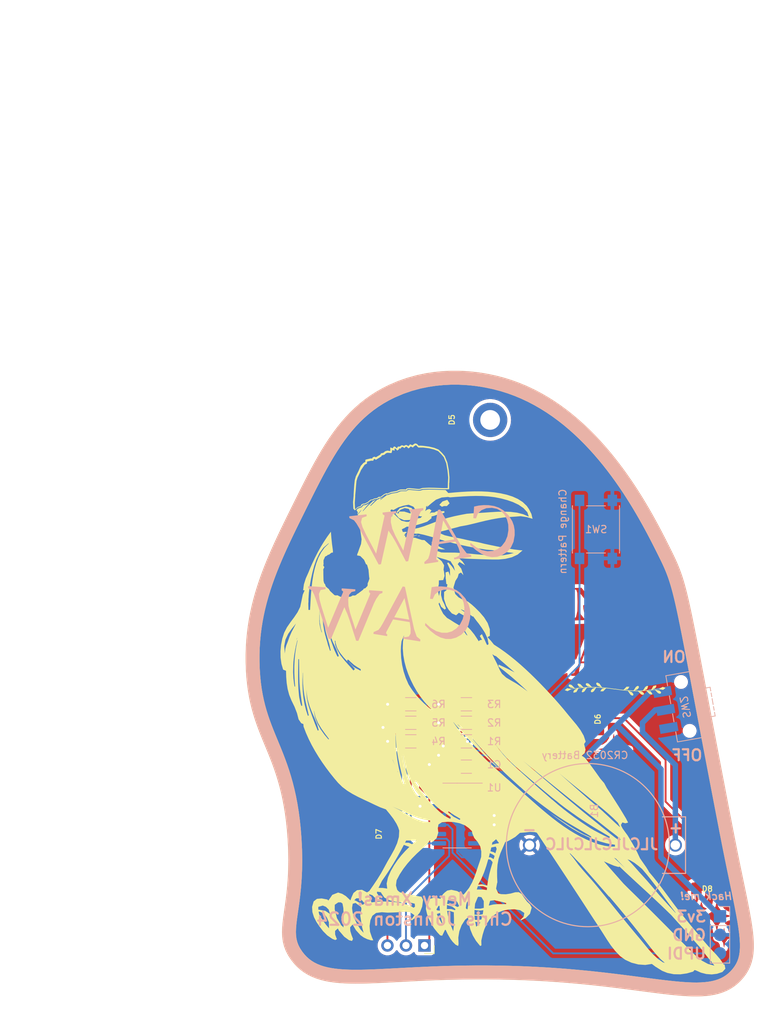
<source format=kicad_pcb>
(kicad_pcb (version 20211014) (generator pcbnew)
  (layers (0 "F.Cu" signal) (31 "B.Cu" signal) (34 "B.Paste" user) (35 "F.Paste" user) (36 "B.SilkS" user "B.Silkscreen") (37 "F.SilkS" user "F.Silkscreen") (38 "B.Mask" user) (39 "F.Mask" user) (44 "Edge.Cuts" user))
  (net 0 "")
  (net 1 "GND")
  (net 2 "Net-(D5-Pad2)")
  (net 3 "Net-(D6-Pad2)")
  (net 4 "Net-(D7-Pad2)")
  (net 5 "pin9")
  (net 6 "pin10")
  (net 7 "pin8")
  (net 8 "pin0")
  (net 9 "VCC")
  (net 10 "Net-(B1-Pad2)")
  (net 12 "pin1")
  (net 13 "pin2")
  (net 14 "pin3")
  (net 17 "pin6")
  (net 18 "pin7")
  (net 19 "updi")
  (net 20 "Net-(R1-Pad2)")
  (net 21 "Net-(R2-Pad2)")
  (net 22 "Net-(D8-Pad2)")
  (footprint "Custom4:Custom_LessSilkscreenLED_1206_3216Metric_Pad1.42x1.75mm_HandSolder" (layer "F.Cu") (at 108.5 77.2375 90)
    (fp_text reference "D5" (at 0 0 90) (layer "F.SilkS") (effects (font (size 0.75 0.75))))
    (fp_text value "LED")
    (pad "1" smd roundrect (at -1.4875 0 90) (size 1.425 1.75) (layers "F.Cu" "F.Paste" "F.Mask") (roundrect_rratio 0.1754392982) (net 1 "GND"))
    (pad "2" smd roundrect (at 1.4875 0 90) (size 1.425 1.75) (layers "F.Cu" "F.Paste" "F.Mask") (roundrect_rratio 0.1754392982) (net 2 "Net-(D5-Pad2)"))
  )
  (footprint "Custom4:Custom_LessSilkscreenLED_1206_3216Metric_Pad1.42x1.75mm_HandSolder" (layer "F.Cu") (at 98.5 133.9875 90)
    (fp_text reference "D7" (at 0 0 90) (layer "F.SilkS") (effects (font (size 0.75 0.75))))
    (fp_text value "LED")
    (pad "1" smd roundrect (at -1.4875 0 90) (size 1.425 1.75) (layers "F.Cu" "F.Paste" "F.Mask") (roundrect_rratio 0.1754392982) (net 1 "GND"))
    (pad "2" smd roundrect (at 1.4875 0 90) (size 1.425 1.75) (layers "F.Cu" "F.Paste" "F.Mask") (roundrect_rratio 0.1754392982) (net 4 "Net-(D7-Pad2)"))
  )
  (footprint "Connector_PinSocket_2.54mm:PinSocket_1x03_P2.54mm_Horizontal" (layer "F.Cu") (at 104.75 149.25 -90)
    (fp_text reference "J2" hide)
    (fp_text value "Conn_01x03")
    (pad "1" thru_hole rect (at 0 0 270) (size 1.7 1.7) (drill 1) (layers *.Cu *.Mask) (net 20 "Net-(R1-Pad2)"))
    (pad "2" thru_hole oval (at 0 2.54 270) (size 1.7 1.7) (drill 1) (layers *.Cu *.Mask) (net 6 "pin10"))
    (pad "3" thru_hole oval (at 0 5.08 270) (size 1.7 1.7) (drill 1) (layers *.Cu *.Mask) (net 21 "Net-(R2-Pad2)"))
  )
  (footprint "Custom:santa-caws_128dpi" (layer "F.Cu") (at 46.813701 19.976004)
    (fp_text reference "svg2mod" hide)
    (fp_text value "G***" hide)
    (fp_poly (pts (xy 82.39125 87.550625) (xy 83.581875 87.431562) (xy 83.581875 87.590313) (xy 83.482656 87.709375) (xy 83.5025 87.768906) (xy 84.911406 90.884375) (xy 85.347969 89.37625) (xy 85.476953 88.73877) (xy 85.486875 88.145937) (xy 85.293398 87.612637) (xy 84.832031 87.451406) (xy 84.832031 87.292656) (xy 85.419902 87.233125) (xy 86.022656 87.173594) (xy 86.022656 87.332344) (xy 85.903594 87.451406) (xy 85.923437 87.530781) (xy 87.332344 90.64625) (xy 87.868125 88.800781) (xy 88.044238 88.071523) (xy 88.086406 87.610156) (xy 87.927656 87.252969) (xy 87.491094 87.193437) (xy 87.491094 87.034687) (xy 88.247637 86.955312) (xy 89.019063 86.875937) (xy 89.019063 87.034687) (xy 88.681719 87.3125) (xy 88.384063 88.066562) (xy 87.332344 91.638437) (xy 87.133906 91.638437) (xy 86.935469 91.212727) (xy 86.498906 90.256816) (xy 86.062344 89.297185) (xy 85.863906 88.860312) (xy 85.615859 89.468027) (xy 85.427344 90.031094) (xy 84.891563 91.876562) (xy 84.693125 91.876562) (xy 84.460581 91.370237) (xy 83.948984 90.236973) (xy 83.437388 89.099988) (xy 83.204844 88.5825) (xy 82.986563 88.185625) (xy 82.669063 87.768906) (xy 82.411094 87.689531) (xy 82.411094 87.550625) (xy 82.39125 87.550625)) (layer "F.Cu") (width 0) (fill solid))
    (fp_poly (pts (xy 70.663594 82.053906) (xy 70.425469 81.716563) (xy 70.346094 81.359375) (xy 70.462676 80.885605) (xy 70.8025 80.48625) (xy 71.301074 80.208438) (xy 71.874063 80.109219) (xy 72.7075 80.287813) (xy 72.7075 81.379219) (xy 72.449531 81.379219) (xy 72.171719 80.645) (xy 71.556563 80.347344) (xy 71.060469 80.525938) (xy 70.862031 80.982344) (xy 71.060469 81.478438) (xy 71.38293 81.776094) (xy 71.973281 82.192813) (xy 72.7075 82.788125) (xy 72.886094 83.363594) (xy 72.764551 83.879531) (xy 72.39 84.335938) (xy 71.851738 84.658398) (xy 71.239063 84.7725) (xy 70.700801 84.715449) (xy 70.207188 84.554219) (xy 70.207188 83.304062) (xy 70.445313 83.304062) (xy 70.742969 84.197031) (xy 71.477188 84.554219) (xy 72.092344 84.335937) (xy 72.310625 83.760469) (xy 72.132031 83.224687) (xy 71.831895 82.941914) (xy 71.27875 82.569844) (xy 70.663594 82.053906)) (layer "F.Cu") (width 0) (fill solid))
    (fp_poly (pts (xy 99.000469 126.801562) (xy 98.866707 127.510793) (xy 98.512459 128.017176) (xy 98.008281 128.210469) (xy 98.50364 128.403762) (xy 98.862297 128.910145) (xy 99.000469 129.619375) (xy 99.13423 128.910145) (xy 99.488478 128.403762) (xy 99.992656 128.210469) (xy 99.488478 128.030405) (xy 99.13423 127.524022) (xy 99.000469 126.801562)) (layer "F.Cu") (width 0) (fill solid))
    (fp_poly (pts (xy 78.303438 80.307656) (xy 79.454375 80.267969) (xy 82.113438 83.581875) (xy 82.07375 82.55) (xy 82.004297 81.65207) (xy 81.875313 80.9625) (xy 81.359375 80.367188) (xy 81.359375 80.208437) (xy 82.887344 80.148906) (xy 82.887344 80.307656) (xy 82.544855 80.580324) (xy 82.356707 81.285145) (xy 82.331719 82.430937) (xy 82.411094 84.792344) (xy 82.252344 84.792344) (xy 79.097187 80.823594) (xy 79.136875 82.113437) (xy 79.208809 83.180039) (xy 79.355156 83.919219) (xy 79.871094 84.534375) (xy 79.871094 84.693125) (xy 78.362969 84.752656) (xy 78.362969 84.593906) (xy 78.705457 84.270527) (xy 78.893605 83.462078) (xy 78.918594 82.172969) (xy 78.878906 80.9625) (xy 78.74 80.545781) (xy 78.343125 80.446562) (xy 78.303438 80.307656)) (layer "F.Cu") (width 0) (fill solid))
    (fp_poly (pts (xy 83.244531 80.406875) (xy 83.403281 80.406875) (xy 83.542188 80.565625) (xy 86.598125 80.565625) (xy 86.717188 80.406875) (xy 86.875937 80.406875) (xy 86.875937 81.736406) (xy 86.637813 81.736406) (xy 86.372402 80.987305) (xy 85.586094 80.744219) (xy 85.367813 80.744219) (xy 85.367813 84.316094) (xy 85.903594 84.871719) (xy 85.903594 85.030469) (xy 84.197031 85.030469) (xy 84.197031 84.871719) (xy 84.61375 84.752656) (xy 84.712969 84.316094) (xy 84.712969 80.744219) (xy 84.474844 80.744219) (xy 83.748066 80.994746) (xy 83.482656 81.736406) (xy 83.244531 81.736406) (xy 83.244531 80.406875)) (layer "F.Cu") (width 0) (fill solid))
    (fp_poly (pts (xy 57.804844 54.709219) (xy 57.672759 55.619241) (xy 57.313711 56.363691) (xy 56.783511 56.866296) (xy 56.137969 57.050781) (xy 56.783511 57.235266) (xy 57.313711 57.737871) (xy 57.672759 58.482322) (xy 57.804844 59.392344) (xy 57.936929 58.482322) (xy 58.295977 57.737871) (xy 58.826177 57.235266) (xy 59.471719 57.050781) (xy 58.817805 56.866296) (xy 58.288535 56.363691) (xy 57.934138 55.619241) (xy 57.804844 54.709219)) (layer "F.Cu") (width 0) (fill solid))
    (fp_poly (pts (xy 59.233594 57.665938) (xy 59.099832 58.375168) (xy 58.745584 58.881551) (xy 58.241406 59.074844) (xy 58.736765 59.268137) (xy 59.095422 59.77452) (xy 59.233594 60.48375) (xy 59.367355 59.77452) (xy 59.721603 59.268137) (xy 60.225781 59.074844) (xy 59.721603 58.885961) (xy 59.367355 58.383987) (xy 59.233594 57.665938)) (layer "F.Cu") (width 0) (fill solid))
    (fp_poly (pts (xy 85.050313 103.425625) (xy 84.916551 104.134855) (xy 84.562303 104.641238) (xy 84.058125 104.834531) (xy 84.553484 105.027824) (xy 84.912141 105.534207) (xy 85.050313 106.243438) (xy 85.184074 105.534207) (xy 85.538322 105.027824) (xy 86.0425 104.834531) (xy 85.547141 104.641238) (xy 85.188484 104.134855) (xy 85.050313 103.425625)) (layer "F.Cu") (width 0) (fill solid))
    (fp_poly (pts (xy 89.792969 88.761094) (xy 89.535 88.42375) (xy 89.455625 88.046719) (xy 89.574688 87.553105) (xy 89.931875 87.133906) (xy 90.452773 86.83873) (xy 91.062969 86.737031) (xy 91.91625 86.915625) (xy 91.91625 88.046719) (xy 91.658281 88.046719) (xy 91.360625 87.272813) (xy 90.725625 86.975156) (xy 90.209687 87.173594) (xy 90.01125 87.649844) (xy 90.209687 88.165781) (xy 90.551992 88.47584) (xy 91.162187 88.919844) (xy 91.638437 89.264629) (xy 91.936094 89.535) (xy 92.134531 90.130313) (xy 92.003066 90.666094) (xy 91.618594 91.142344) (xy 91.053047 91.472246) (xy 90.427969 91.578906) (xy 89.877305 91.521855) (xy 89.356406 91.360625) (xy 89.356406 90.050938) (xy 89.614375 90.050938) (xy 89.69127 90.559434) (xy 89.931875 90.96375) (xy 90.685938 91.340781) (xy 91.320938 91.102656) (xy 91.559063 90.507344) (xy 91.360625 89.951719) (xy 91.050566 89.656543) (xy 90.4875 89.257188) (xy 89.792969 88.761094)) (layer "F.Cu") (width 0) (fill solid))
    (fp_poly (pts (xy 80.387031 87.193437) (xy 80.625156 87.193437) (xy 81.994375 91.142344) (xy 82.331719 91.856719) (xy 82.768281 92.154375) (xy 82.768281 92.332969) (xy 81.379219 92.332969) (xy 81.379219 92.154375) (xy 81.478437 92.154375) (xy 81.537969 92.035312) (xy 81.518125 91.955937) (xy 81.061719 90.606562) (xy 79.454375 90.606562) (xy 79.454375 90.368437) (xy 80.9625 90.368437) (xy 80.267969 88.304688) (xy 79.454375 90.368437) (xy 79.454375 90.606562) (xy 79.375 90.606562) (xy 79.179043 91.258926) (xy 79.117031 91.717813) (xy 79.236094 92.035313) (xy 79.573438 92.154375) (xy 79.771875 92.154375) (xy 79.771875 92.332969) (xy 78.045469 92.332969) (xy 78.045469 92.154375) (xy 78.464668 91.911289) (xy 78.839219 91.221719) (xy 80.387031 87.193437)) (layer "F.Cu") (width 0) (fill solid))
    (fp_poly (pts (xy 46.414531 115.2525) (xy 46.28077 115.96173) (xy 45.926522 116.468113) (xy 45.422344 116.661406) (xy 45.917703 116.854699) (xy 46.27636 117.361082) (xy 46.414531 118.070313) (xy 46.548293 117.361082) (xy 46.902541 116.854699) (xy 47.406719 116.661406) (xy 46.902541 116.481343) (xy 46.548293 115.974959) (xy 46.414531 115.2525)) (layer "F.Cu") (width 0) (fill solid))
    (fp_poly (pts (xy 78.204219 90.685938) (xy 77.424433 91.340046) (xy 76.675515 91.75162) (xy 75.961875 91.91625) (xy 75.14084 91.802148) (xy 74.394219 91.360625) (xy 73.989994 90.890255) (xy 73.726881 90.309641) (xy 73.600469 89.614375) (xy 73.640156 88.852871) (xy 73.858438 88.165781) (xy 74.250352 87.558066) (xy 74.791094 87.054531) (xy 75.488105 86.684941) (xy 76.319063 86.538594) (xy 77.095449 86.550996) (xy 77.827188 86.697344) (xy 77.906563 87.907812) (xy 77.62875 87.907812) (xy 77.447676 87.431562) (xy 77.073125 87.074375) (xy 76.564629 86.863535) (xy 75.981719 86.816406) (xy 75.212773 87.024766) (xy 74.652188 87.530781) (xy 74.327246 88.257559) (xy 74.255313 89.118281) (xy 74.45127 90.028613) (xy 74.93 90.745469) (xy 75.599727 91.204355) (xy 76.418281 91.320937) (xy 77.013594 91.200405) (xy 77.608906 90.912303) (xy 78.204219 90.447812) (xy 78.204219 90.685938)) (layer "F.Cu") (width 0) (fill solid))
    (fp_poly (pts (xy 75.426094 80.347344) (xy 75.624531 80.347344) (xy 76.914375 83.899375) (xy 77.231875 84.534375) (xy 77.62875 84.792344) (xy 77.62875 84.951094) (xy 76.378594 84.951094) (xy 76.378594 84.812188) (xy 76.457969 84.812188) (xy 76.5175 84.693125) (xy 76.497656 84.61375) (xy 76.061094 83.403281) (xy 74.632344 83.403281) (xy 74.632344 83.204844) (xy 76.001562 83.204844) (xy 75.826644 82.712425) (xy 75.501794 81.818721) (xy 75.326875 81.339531) (xy 74.632344 83.204844) (xy 74.632344 83.403281) (xy 74.533125 83.403281) (xy 74.364453 84.015957) (xy 74.314844 84.435156) (xy 74.433906 84.712969) (xy 74.731563 84.812187) (xy 74.910156 84.812187) (xy 74.910156 84.970937) (xy 73.3425 84.970937) (xy 73.3425 84.832031) (xy 73.71209 84.606309) (xy 74.037031 83.97875) (xy 75.426094 80.347344)) (layer "F.Cu") (width 0) (fill solid))
    (fp_poly (pts (xy 47.406719 112.057656) (xy 47.236187 112.897915) (xy 46.771719 113.585625) (xy 46.084009 114.050093) (xy 45.24375 114.220625) (xy 46.084009 114.391157) (xy 46.771719 114.855625) (xy 47.236187 115.543335) (xy 47.406719 116.383594) (xy 47.577251 115.543335) (xy 48.041719 114.855625) (xy 48.729429 114.391157) (xy 49.569688 114.220625) (xy 48.729429 114.052883) (xy 48.041719 113.593066) (xy 47.577251 112.906287) (xy 47.406719 112.057656)) (layer "F.Cu") (width 0) (fill solid))
    (fp_poly (pts (xy 45.481875 75.168125) (xy 45.357097 74.29881) (xy 45.264705 73.428542) (xy 45.198982 72.55637) (xy 45.154215 71.68134) (xy 45.124687 70.8025) (xy 45.096024 70.032269) (xy 45.067361 69.231169) (xy 45.065156 68.460938) (xy 45.176777 67.647344) (xy 45.303281 66.83375) (xy 45.368692 66.101001) (xy 45.469381 65.390301) (xy 45.640625 64.670781) (xy 46.049902 63.881992) (xy 46.652656 63.242031) (xy 47.079664 62.715804) (xy 47.502263 62.180758) (xy 47.9425 61.654531) (xy 48.499055 61.070381) (xy 49.076074 60.493672) (xy 49.641931 59.90208) (xy 50.165 59.273281) (xy 50.670648 58.50305) (xy 51.193935 57.688721) (xy 51.792187 57.050781) (xy 52.60082 56.901953) (xy 53.439219 57.110313) (xy 53.967559 57.703145) (xy 54.510781 58.281094) (xy 55.215234 58.968184) (xy 55.919687 59.670156) (xy 56.319043 60.173691) (xy 56.733281 60.662344) (xy 56.415781 60.979844) (xy 56.03875 60.80125) (xy 55.741094 61.019531) (xy 55.324375 60.880625) (xy 55.165625 61.019531) (xy 54.967187 60.900469) (xy 54.61 61.079063) (xy 54.431406 61.059219) (xy 54.411562 61.158438) (xy 54.232969 61.337031) (xy 53.836094 61.059219) (xy 53.855937 61.337031) (xy 53.776563 61.376719) (xy 53.459062 61.2775) (xy 53.331916 61.690544) (xy 52.997512 61.671435) (xy 52.645469 61.714063) (xy 52.3875 61.932344) (xy 52.07 62.011719) (xy 52.010469 62.130781) (xy 51.59375 62.408594) (xy 51.196875 62.607031) (xy 50.978594 62.527656) (xy 50.899219 62.745938) (xy 50.859531 62.785625) (xy 50.045937 62.865) (xy 49.708594 63.321406) (xy 49.336523 63.777813) (xy 49.113281 64.29375) (xy 48.803223 64.903945) (xy 48.597344 65.543906) (xy 48.503086 66.523691) (xy 48.438594 67.488594) (xy 48.374102 68.451016) (xy 48.398906 69.413438) (xy 48.41875 69.671406) (xy 48.5775 69.869844) (xy 48.517969 70.00875) (xy 48.656875 70.623906) (xy 48.73842 71.368047) (xy 48.847871 72.112188) (xy 48.961042 72.856328) (xy 49.05375 73.600469) (xy 48.967025 74.233264) (xy 48.717141 74.839601) (xy 48.498125 75.445938) (xy 48.398906 75.445938) (xy 48.398906 75.485625) (xy 48.398906 75.783281) (xy 47.78375 75.822969) (xy 47.78375 76.001562) (xy 47.260371 76.023887) (xy 46.751875 75.942031) (xy 46.593125 75.763438) (xy 46.077187 75.604688) (xy 45.620781 75.584844) (xy 45.521562 75.426094) (xy 45.521562 75.326875) (xy 45.481875 75.168125)) (layer "F.Cu") (width 0) (fill solid))
    (fp_poly (pts (xy 83.879531 100.230781) (xy 83.708999 101.07104) (xy 83.244531 101.75875) (xy 82.556821 102.223218) (xy 81.716563 102.39375) (xy 82.556821 102.564282) (xy 83.244531 103.02875) (xy 83.708999 103.71646) (xy 83.879531 104.556719) (xy 84.050063 103.71646) (xy 84.514531 103.02875) (xy 85.202241 102.564282) (xy 86.0425 102.39375) (xy 85.202241 102.223218) (xy 84.514531 101.75875) (xy 84.050063 101.07104) (xy 83.879531 100.230781)) (layer "F.Cu") (width 0) (fill solid))
    (fp_poly (pts (xy 86.479063 103.505) (xy 86.258301 104.209453) (xy 85.725 104.497188) (xy 86.258301 104.784922) (xy 86.479063 105.489375) (xy 86.699824 104.784922) (xy 87.233125 104.497188) (xy 86.692383 104.209453) (xy 86.479063 103.505)) (layer "F.Cu") (width 0) (fill solid))
    (fp_poly (pts (xy 95.885 123.249531) (xy 95.664238 123.953984) (xy 95.130937 124.241719) (xy 95.664238 124.529453) (xy 95.885 125.233906) (xy 96.105762 124.529453) (xy 96.639063 124.241719) (xy 96.105762 123.953984) (xy 95.885 123.249531)) (layer "F.Cu") (width 0) (fill solid))
    (fp_poly (pts (xy 88.721406 81.041875) (xy 88.919844 81.041875) (xy 90.090625 84.633594) (xy 90.368437 85.288438) (xy 90.765313 85.56625) (xy 90.765313 85.725) (xy 89.515156 85.725) (xy 89.515156 85.546406) (xy 89.594531 85.546406) (xy 89.654062 85.427344) (xy 89.634219 85.347969) (xy 89.237344 84.117656) (xy 87.828438 84.117656) (xy 87.828438 83.879531) (xy 89.197656 83.879531) (xy 88.890078 82.964238) (xy 88.5825 82.034062) (xy 87.828438 83.879531) (xy 87.828438 84.117656) (xy 87.709375 84.117656) (xy 87.520859 84.688164) (xy 87.451406 85.109844) (xy 87.550625 85.4075) (xy 87.848281 85.526563) (xy 88.026875 85.526563) (xy 88.026875 85.685313) (xy 86.459219 85.685313) (xy 86.459219 85.506719) (xy 86.83377 85.30084) (xy 87.193437 84.693125) (xy 88.721406 81.041875)) (layer "F.Cu") (width 0) (fill solid))
    (fp_poly (pts (xy 56.693594 57.665938) (xy 56.472832 58.370391) (xy 55.939531 58.658125) (xy 56.472832 58.945859) (xy 56.693594 59.650313) (xy 56.914355 58.945859) (xy 57.447656 58.658125) (xy 56.914355 58.370391) (xy 56.693594 57.665938)) (layer "F.Cu") (width 0) (fill solid))
    (fp_poly (pts (xy 98.008281 123.070938) (xy 97.837749 123.911196) (xy 97.373281 124.598906) (xy 96.685571 125.063374) (xy 95.845312 125.233906) (xy 96.685571 125.404438) (xy 97.373281 125.868906) (xy 97.837749 126.556616) (xy 98.008281 127.396875) (xy 98.178813 126.556616) (xy 98.643281 125.868906) (xy 99.330991 125.404438) (xy 100.17125 125.233906) (xy 99.330991 125.066165) (xy 98.643281 124.606348) (xy 98.178813 123.919568) (xy 98.008281 123.070938)) (layer "F.Cu") (width 0) (fill solid))
    (fp_poly (pts (xy 45.997813 111.065469) (xy 45.777051 111.769922) (xy 45.24375 112.057656) (xy 45.777051 112.345391) (xy 45.997813 113.049844) (xy 46.218574 112.345391) (xy 46.751875 112.057656) (xy 46.218574 111.769922) (xy 45.997813 111.065469)) (layer "F.Cu") (width 0) (fill solid))
    (fp_poly (pts (xy 69.69125 133.012656) (xy 71.358766 133.06742) (xy 72.96715 133.13868) (xy 74.517626 133.224657) (xy 76.011418 133.323575) (xy 77.449751 133.433656) (xy 78.83385 133.553124) (xy 80.16494 133.6802) (xy 81.444245 133.813108) (xy 82.672989 133.95007) (xy 83.852398 134.08931) (xy 84.983696 134.229049) (xy 86.068107 134.367511) (xy 87.106857 134.502918) (xy 88.10117 134.633494) (xy 89.05227 134.75746) (xy 89.961383 134.87304) (xy 90.829733 134.978456) (xy 91.658544 135.071931) (xy 92.449041 135.151688) (xy 93.202449 135.215949) (xy 93.919992 135.262938) (xy 94.602896 135.290876) (xy 95.252384 135.297987) (xy 95.869682 135.282494) (xy 96.456014 135.242619) (xy 97.012604 135.176585) (xy 97.540678 135.082615) (xy 98.04146 134.958931) (xy 98.516174 134.803757) (xy 98.966046 134.615314) (xy 99.392299 134.391826) (xy 99.796159 134.131515) (xy 100.178851 133.832605) (xy 100.541598 133.493317) (xy 100.885625 133.111875) (xy 101.20777 132.686701) (xy 101.478143 132.246704) (xy 101.698698 131.786509) (xy 101.871389 131.300743) (xy 101.998169 130.784032) (xy 102.080994 130.231002) (xy 102.121817 129.636279) (xy 102.122593 128.994489) (xy 102.085275 128.300257) (xy 102.011818 127.548211) (xy 101.904177 126.732976) (xy 101.764304 125.849178) (xy 101.594155 124.891444) (xy 101.395683 123.854398) (xy 101.170843 122.732668) (xy 100.921588 121.520879) (xy 100.649874 120.213658) (xy 100.357654 118.80563) (xy 100.046882 117.291422) (xy 99.719513 115.66566) (xy 99.3775 113.922969) (xy 98.917887 111.548125) (xy 98.482041 109.288067) (xy 98.0691 107.139484) (xy 97.6782 105.099068) (xy 97.308479 103.163509) (xy 96.959073 101.329497) (xy 96.629118 99.593723) (xy 96.317752 97.952878) (xy 96.024112 96.40365) (xy 95.747334 94.942732) (xy 95.486555 93.566813) (xy 95.240912 92.272584) (xy 95.009541 91.056736) (xy 94.79158 89.915958) (xy 94.586165 88.846941) (xy 94.392433 87.846376) (xy 94.20952 86.910953) (xy 94.036565 86.037363) (xy 93.872702 85.222295) (xy 93.71707 84.462441) (xy 93.568805 83.754491) (xy 93.427044 83.095135) (xy 93.290923 82.481064) (xy 93.15958 81.908968) (xy 93.032151 81.375537) (xy 92.907773 80.877462) (xy 92.785582 80.411434) (xy 92.664717 79.974142) (xy 92.544312 79.562278) (xy 92.423506 79.172532) (xy 92.301435 78.801593) (xy 92.177235 78.446154) (xy 92.050044 78.102903) (xy 91.918998 77.768532) (xy 91.783235 77.439731) (xy 91.64189 77.11319) (xy 91.494102 76.785599) (xy 91.339005 76.45365) (xy 91.175738 76.114033) (xy 91.003438 75.763438) (xy 90.761053 75.275925) (xy 90.500861 74.755124) (xy 90.222667 74.203206) (xy 89.926276 73.622342) (xy 89.611493 73.014706) (xy 89.278124 72.382467) (xy 88.925974 71.727799) (xy 88.554849 71.052872) (xy 88.164553 70.359859) (xy 87.754892 69.650931) (xy 87.325671 68.92826) (xy 86.876696 68.194018) (xy 86.407772 67.450376) (xy 85.918704 66.699507) (xy 85.409297 65.943581) (xy 84.879358 65.184771) (xy 84.32869 64.425249) (xy 83.7571 63.667186) (xy 83.164392 62.912754) (xy 82.550373 62.164124) (xy 81.914846 61.423469) (xy 81.257619 60.692961) (xy 80.578495 59.97477) (xy 79.877281 59.271068) (xy 79.153781 58.584028) (xy 78.407801 57.915822) (xy 77.639146 57.26862) (xy 76.847622 56.644595) (xy 76.033033 56.045918) (xy 75.195185 55.474761) (xy 74.333884 54.933296) (xy 73.448935 54.423695) (xy 72.540142 53.948129) (xy 71.607312 53.50877) (xy 70.65025 53.10779) (xy 69.66876 52.747361) (xy 68.662648 52.429654) (xy 67.63172 52.156841) (xy 66.575781 51.931094) (xy 66.16628 51.854329) (xy 65.640927 51.766501) (xy 65.0084 51.677196) (xy 64.277377 51.596006) (xy 63.456538 51.532519) (xy 62.554558 51.496325) (xy 61.580117 51.497012) (xy 60.541893 51.54417) (xy 59.448563 51.647387) (xy 58.308806 51.816255) (xy 57.131299 52.06036) (xy 55.924721 52.389293) (xy 54.697749 52.812644) (xy 53.459062 53.34) (xy 52.62804 53.756398) (xy 51.838077 54.204329) (xy 51.086691 54.683344) (xy 50.371399 55.192998) (xy 49.689719 55.732842) (xy 49.039169 56.302429) (xy 48.417267 56.901312) (xy 47.821529 57.529044) (xy 47.249475 58.185177) (xy 46.69862 58.869265) (xy 46.166484 59.580859) (xy 45.650584 60.319514) (xy 45.148437 61.08478) (xy 44.657562 61.876212) (xy 44.175475 62.693361) (xy 43.699695 63.535781) (xy 43.227738 64.403025) (xy 42.757124 65.294644) (xy 42.285369 66.210193) (xy 41.809991 67.149222) (xy 41.328508 68.111286) (xy 40.838438 69.095938) (xy 40.385822 70.006825) (xy 39.941484 70.904923) (xy 39.506465 71.791703) (xy 39.081806 72.668639) (xy 38.668551 73.537204) (xy 38.267742 74.39887) (xy 37.88042 75.255109) (xy 37.507627 76.107396) (xy 37.150407 76.957202) (xy 36.8098 77.806) (xy 36.48685 78.655264) (xy 36.182598 79.506465) (xy 35.898086 80.361077) (xy 35.634357 81.220572) (xy 35.392452 82.086424) (xy 35.173414 82.960104) (xy 34.978286 83.843086) (xy 34.808108 84.736843) (xy 34.663923 85.642847) (xy 34.546774 86.562572) (xy 34.457703 87.497489) (xy 34.397751 88.449071) (xy 34.367961 89.418793) (xy 34.369375 90.408125) (xy 34.403784 91.455486) (xy 34.468669 92.441448) (xy 34.561948 93.371153) (xy 34.681534 94.24974) (xy 34.825344 95.08235) (xy 34.991293 95.874123) (xy 35.177297 96.630201) (xy 35.38127 97.355724) (xy 35.601129 98.055832) (xy 35.834789 98.735665) (xy 36.080165 99.400366) (xy 36.335173 100.055073) (xy 36.597728 100.704927) (xy 36.865746 101.35507) (xy 37.137142 102.010641) (xy 37.409832 102.676781) (xy 37.681731 103.358631) (xy 37.950755 104.061331) (xy 38.214819 104.790022) (xy 38.471838 105.549844) (xy 38.719728 106.345938) (xy 38.956405 107.183445) (xy 39.179783 108.067504) (xy 39.38778 109.003257) (xy 39.578309 109.995844) (xy 39.749286 111.050406) (xy 39.898627 112.172083) (xy 40.024247 113.366015) (xy 40.124062 114.637344) (xy 40.199251 116.170242) (xy 40.223267 117.584304) (xy 40.203973 118.887011) (xy 40.149232 120.085843) (xy 40.066909 121.188284) (xy 39.964867 122.201814) (xy 39.850969 123.133914) (xy 39.733078 123.992068) (xy 39.619058 124.783755) (xy 39.516773 125.516458) (xy 39.434085 126.197658) (xy 39.378859 126.834836) (xy 39.358957 127.435475) (xy 39.382244 128.007055) (xy 39.456582 128.557059) (xy 39.589835 129.092967) (xy 39.789866 129.622262) (xy 40.06454 130.152425) (xy 40.421719 130.690937) (xy 40.764762 131.121651) (xy 41.130742 131.509506) (xy 41.520729 131.856471) (xy 41.935792 132.164514) (xy 42.377002 132.435602) (xy 42.845429 132.671705) (xy 43.342144 132.874789) (xy 43.868215 133.046822) (xy 44.424715 133.189774) (xy 45.012711 133.305611) (xy 45.633275 133.396302) (xy 46.287478 133.463815) (xy 46.976388 133.510117) (xy 47.701076 133.537176) (xy 48.462612 133.546962) (xy 49.262067 133.54144) (xy 50.10051 133.52258) (xy 50.979011 133.49235) (xy 51.898641 133.452717) (xy 52.860471 133.40565) (xy 53.865569 133.353116) (xy 54.915006 133.297083) (xy 56.009852 133.23952) (xy 57.151178 133.182394) (xy 58.340053 133.127673) (xy 59.577548 133.077326) (xy 60.864732 133.03332) (xy 62.202676 132.997623) (xy 63.592451 132.972203) (xy 65.035125 132.959029) (xy 66.53177 132.960068) (xy 68.083455 132.977287) (xy 69.69125 133.012656)) (layer "Edge.Cuts") (width 0.00001) (fill none))
  )
  (footprint "Custom4:Custom_LessSilkscreenLED_1206_3216Metric_Pad1.42x1.75mm_HandSolder" (layer "F.Cu") (at 128.5 118.25 -90)
    (fp_text reference "D6" (at 0 0 90) (layer "F.SilkS") (effects (font (size 0.75 0.75))))
    (fp_text value "LED")
    (pad "1" smd roundrect (at -1.4875 0 270) (size 1.425 1.75) (layers "F.Cu" "F.Paste" "F.Mask") (roundrect_rratio 0.1754392982) (net 1 "GND"))
    (pad "2" smd roundrect (at 1.4875 0 270) (size 1.425 1.75) (layers "F.Cu" "F.Paste" "F.Mask") (roundrect_rratio 0.1754392982) (net 3 "Net-(D6-Pad2)"))
  )
  (footprint "Custom4:Custom_LessSilkscreenLED_1206_3216Metric_Pad1.42x1.75mm_HandSolder" (layer "F.Cu") (at 143.5125 141.5)
    (fp_text reference "D8" (at 0 0) (layer "F.SilkS") (effects (font (size 0.75 0.75))))
    (fp_text value "LED")
    (pad "1" smd roundrect (at -1.4875 0) (size 1.425 1.75) (layers "F.Cu" "F.Paste" "F.Mask") (roundrect_rratio 0.1754392982) (net 1 "GND"))
    (pad "2" smd roundrect (at 1.4875 0) (size 1.425 1.75) (layers "F.Cu" "F.Paste" "F.Mask") (roundrect_rratio 0.1754392982) (net 22 "Net-(D8-Pad2)"))
  )
  (footprint "MountingHole:MountingHole_2.7mm_M2.5_DIN965_Pad" (layer "F.Cu") (at 113.75 77.25)
    (fp_text reference "REF**" hide)
    (fp_text value "MountingHole_2.7mm_M2.5_DIN965_Pad")
    (pad "1" thru_hole circle (at 0 0) (size 4.7 4.7) (drill 2.7) (layers *.Cu *.Mask))
  )
  (footprint "Resistor_SMD:R_1206_3216Metric_Pad1.30x1.75mm_HandSolder" (layer "B.Cu") (at 102.87 118.745 180)
    (fp_text reference "R5" (at -3.81 0) (layer "B.SilkS") (effects (justify mirror)))
    (fp_text value "R")
    (pad "1" smd roundrect (at -1.55 0 180) (size 1.3 1.75) (layers "B.Cu" "B.Paste" "B.Mask") (roundrect_rratio 0.1923076923) (net 13 "pin2"))
    (pad "2" smd roundrect (at 1.55 0 180) (size 1.3 1.75) (layers "B.Cu" "B.Paste" "B.Mask") (roundrect_rratio 0.1923076923) (net 4 "Net-(D7-Pad2)"))
  )
  (footprint "Capacitor_SMD:C_1206_3216Metric_Pad1.33x1.80mm_HandSolder" (layer "B.Cu") (at 110.49 124.75 180)
    (fp_text reference "C1" (at -3.81 0.29) (layer "B.SilkS") (effects (justify mirror)))
    (fp_text value "C")
    (pad "1" smd roundrect (at -1.5625 0 180) (size 1.325 1.8) (layers "B.Cu" "B.Paste" "B.Mask") (roundrect_rratio 0.1886792453) (net 9 "VCC"))
    (pad "2" smd roundrect (at 1.5625 0 180) (size 1.325 1.8) (layers "B.Cu" "B.Paste" "B.Mask") (roundrect_rratio 0.1886792453) (net 1 "GND"))
  )
  (footprint "Resistor_SMD:R_1206_3216Metric_Pad1.30x1.75mm_HandSolder" (layer "B.Cu") (at 110.49 118.745 180)
    (fp_text reference "R2" (at -3.81 0) (layer "B.SilkS") (effects (justify mirror)))
    (fp_text value "R")
    (pad "1" smd roundrect (at -1.55 0 180) (size 1.3 1.75) (layers "B.Cu" "B.Paste" "B.Mask") (roundrect_rratio 0.1923076923) (net 7 "pin8"))
    (pad "2" smd roundrect (at 1.55 0 180) (size 1.3 1.75) (layers "B.Cu" "B.Paste" "B.Mask") (roundrect_rratio 0.1923076923) (net 21 "Net-(R2-Pad2)"))
  )
  (footprint "Custom2:BH-25C-1_ADM" (layer "B.Cu") (at 119.1441 135.5 -90)
    (fp_text reference "B1" (at -4.69 -8.8719 90 unlocked) (layer "B.SilkS") (effects (justify mirror)))
    (fp_text value "BH-25C-1")
    (pad "1" thru_hole circle (at 0 0 270) (size 1.8034 1.8034) (drill 1.2954) (layers *.Cu *.Mask) (net 1 "GND"))
    (pad "2" thru_hole circle (at 0 -19.9898 270) (size 1.8034 1.8034) (drill 1.2954) (layers *.Cu *.Mask) (net 10 "Net-(B1-Pad2)"))
  )
  (footprint "Button_Switch_SMD:SW_SPDT_CK-JS102011SAQN" (layer "B.Cu") (at 140.5 116.5 -80)
    (fp_text reference "SW2" (at 0.078095 0.052356 100) (layer "B.SilkS") (effects (justify mirror)))
    (fp_text value "SW_DPDT_x2")
    (pad "" np_thru_hole circle (at -3.4 0 280) (size 0.9 0.9) (drill 0.9) (layers *.Cu *.Mask))
    (pad "" np_thru_hole circle (at 3.4 0 280) (size 0.9 0.9) (drill 0.9) (layers *.Cu *.Mask))
    (pad "1" smd rect (at -2.5 2.75 280) (size 1.25 2.5) (layers "B.Cu" "B.Paste" "B.Mask") (net 9 "VCC"))
    (pad "2" smd rect (at 0 2.75 280) (size 1.25 2.5) (layers "B.Cu" "B.Paste" "B.Mask") (net 10 "Net-(B1-Pad2)"))
    (pad "3" smd rect (at 2.5 2.75 280) (size 1.25 2.5) (layers "B.Cu" "B.Paste" "B.Mask"))
  )
  (footprint "Resistor_SMD:R_1206_3216Metric_Pad1.30x1.75mm_HandSolder" (layer "B.Cu") (at 110.49 116.205 180)
    (fp_text reference "R3" (at -3.81 0) (layer "B.SilkS") (effects (justify mirror)))
    (fp_text value "R")
    (pad "1" smd roundrect (at -1.55 0 180) (size 1.3 1.75) (layers "B.Cu" "B.Paste" "B.Mask") (roundrect_rratio 0.1923076923) (net 12 "pin1"))
    (pad "2" smd roundrect (at 1.55 0 180) (size 1.3 1.75) (layers "B.Cu" "B.Paste" "B.Mask") (roundrect_rratio 0.1923076923) (net 2 "Net-(D5-Pad2)"))
  )
  (footprint "Resistor_SMD:R_1206_3216Metric_Pad1.30x1.75mm_HandSolder" (layer "B.Cu") (at 110.49 121.285 180)
    (fp_text reference "R1" (at -3.81 0) (layer "B.SilkS") (effects (justify mirror)))
    (fp_text value "R")
    (pad "1" smd roundrect (at -1.55 0 180) (size 1.3 1.75) (layers "B.Cu" "B.Paste" "B.Mask") (roundrect_rratio 0.1923076923) (net 5 "pin9"))
    (pad "2" smd roundrect (at 1.55 0 180) (size 1.3 1.75) (layers "B.Cu" "B.Paste" "B.Mask") (roundrect_rratio 0.1923076923) (net 20 "Net-(R1-Pad2)"))
  )
  (footprint "Resistor_SMD:R_1206_3216Metric_Pad1.30x1.75mm_HandSolder" (layer "B.Cu") (at 102.87 121.285 180)
    (fp_text reference "R4" (at -3.81 0) (layer "B.SilkS") (effects (justify mirror)))
    (fp_text value "R")
    (pad "1" smd roundrect (at -1.55 0 180) (size 1.3 1.75) (layers "B.Cu" "B.Paste" "B.Mask") (roundrect_rratio 0.1923076923) (net 14 "pin3"))
    (pad "2" smd roundrect (at 1.55 0 180) (size 1.3 1.75) (layers "B.Cu" "B.Paste" "B.Mask") (roundrect_rratio 0.1923076923) (net 3 "Net-(D6-Pad2)"))
  )
  (footprint "Package_SO:SOIC-14_3.9x8.7mm_P1.27mm" (layer "B.Cu") (at 109.22 131.445 180)
    (fp_text reference "U1" (at -5.08 3.81) (layer "B.SilkS") (effects (justify mirror)))
    (fp_text value "ATtiny404-SS")
    (pad "1" smd roundrect (at -2.475 3.81 180) (size 1.95 0.6) (layers "B.Cu" "B.Paste" "B.Mask") (net 9 "VCC"))
    (pad "2" smd roundrect (at -2.475 2.54 180) (size 1.95 0.6) (layers "B.Cu" "B.Paste" "B.Mask") (net 8 "pin0"))
    (pad "3" smd roundrect (at -2.475 1.27 180) (size 1.95 0.6) (layers "B.Cu" "B.Paste" "B.Mask") (net 12 "pin1"))
    (pad "4" smd roundrect (at -2.475 0 180) (size 1.95 0.6) (layers "B.Cu" "B.Paste" "B.Mask") (net 13 "pin2"))
    (pad "5" smd roundrect (at -2.475 -1.27 180) (size 1.95 0.6) (layers "B.Cu" "B.Paste" "B.Mask") (net 14 "pin3"))
    (pad "6" smd roundrect (at -2.475 -2.54 180) (size 1.95 0.6) (layers "B.Cu" "B.Paste" "B.Mask"))
    (pad "7" smd roundrect (at -2.475 -3.81 180) (size 1.95 0.6) (layers "B.Cu" "B.Paste" "B.Mask"))
    (pad "8" smd roundrect (at 2.475 -3.81 180) (size 1.95 0.6) (layers "B.Cu" "B.Paste" "B.Mask") (net 17 "pin6"))
    (pad "9" smd roundrect (at 2.475 -2.54 180) (size 1.95 0.6) (layers "B.Cu" "B.Paste" "B.Mask") (net 18 "pin7"))
    (pad "10" smd roundrect (at 2.475 -1.27 180) (size 1.95 0.6) (layers "B.Cu" "B.Paste" "B.Mask") (net 19 "updi"))
    (pad "11" smd roundrect (at 2.475 0 180) (size 1.95 0.6) (layers "B.Cu" "B.Paste" "B.Mask") (net 7 "pin8"))
    (pad "12" smd roundrect (at 2.475 1.27 180) (size 1.95 0.6) (layers "B.Cu" "B.Paste" "B.Mask") (net 5 "pin9"))
    (pad "13" smd roundrect (at 2.475 2.54 180) (size 1.95 0.6) (layers "B.Cu" "B.Paste" "B.Mask") (net 6 "pin10"))
    (pad "14" smd roundrect (at 2.475 3.81 180) (size 1.95 0.6) (layers "B.Cu" "B.Paste" "B.Mask") (net 1 "GND"))
  )
  (footprint "Custom4:custom_updipad_PinHeader_1x03_P2.54mm_Vertical" (layer "B.Cu") (at 145.25 145.25 180)
    (fp_text reference "J1" hide)
    (fp_text value "Conn_01x03")
    (pad "1" smd rect (at 0 0 180) (size 1.7 1.7) (layers "B.Cu" "B.Paste" "B.Mask") (net 9 "VCC"))
    (pad "2" smd oval (at 0 -2.54 180) (size 1.7 1.7) (layers "B.Cu" "B.Paste" "B.Mask") (net 1 "GND"))
    (pad "3" smd oval (at 0 -5.08 180) (size 1.7 1.7) (layers "B.Cu" "B.Paste" "B.Mask") (net 19 "updi"))
  )
  (footprint "Resistor_SMD:R_1206_3216Metric_Pad1.30x1.75mm_HandSolder" (layer "B.Cu") (at 102.87 116.205 180)
    (fp_text reference "R6" (at -3.81 0) (layer "B.SilkS") (effects (justify mirror)))
    (fp_text value "R")
    (pad "1" smd roundrect (at -1.55 0 180) (size 1.3 1.75) (layers "B.Cu" "B.Paste" "B.Mask") (roundrect_rratio 0.1923076923) (net 17 "pin6"))
    (pad "2" smd roundrect (at 1.55 0 180) (size 1.3 1.75) (layers "B.Cu" "B.Paste" "B.Mask") (roundrect_rratio 0.1923076923) (net 22 "Net-(D8-Pad2)"))
  )
  (footprint "Button_Switch_SMD:SW_Push_1P1T_NO_6x6mm_H9.5mm" (layer "B.Cu") (at 128.25 92.25 -90)
    (fp_text reference "SW1" (at 0 -0.02 180) (layer "B.SilkS") (effects (justify mirror)))
    (fp_text value "SW_Push")
    (pad "1" smd rect (at -3.975 2.25 270) (size 1.55 1.3) (layers "B.Cu" "B.Paste" "B.Mask") (net 8 "pin0"))
    (pad "1" smd rect (at 3.975 2.25 270) (size 1.55 1.3) (layers "B.Cu" "B.Paste" "B.Mask") (net 8 "pin0"))
    (pad "2" smd rect (at -3.975 -2.25 270) (size 1.55 1.3) (layers "B.Cu" "B.Paste" "B.Mask") (net 1 "GND"))
    (pad "2" smd rect (at 3.975 -2.25 270) (size 1.55 1.3) (layers "B.Cu" "B.Paste" "B.Mask") (net 1 "GND"))
  )
  (gr_text "UPDI" (at 143.51 150.368) (layer "B.SilkS") (effects (font (size 1.5 1.5) (thickness 0.3)) (justify left mirror)))
  (gr_text "GND" (at 143.51 147.828) (layer "B.SilkS") (effects (font (size 1.5 1.5) (thickness 0.3)) (justify left mirror)))
  (gr_text "OFF" (at 143.002 123.19) (layer "B.SilkS") (effects (font (size 1.5 1.5) (thickness 0.3)) (justify left mirror)))
  (gr_text "Merry Xmas!\nChris Johnston 2024" (at 103.378 144.272) (layer "B.SilkS") (effects (font (size 1.7 1.7) (thickness 0.3)) (justify mirror)))
  (gr_text "CR2032 Battery" (at 126.746 123.19) (layer "B.SilkS") (effects (font (size 1 1)) (justify mirror)))
  (gr_text "-" (at 119.126 133.35) (layer "B.SilkS") (effects (font (size 1.5 1.5) (thickness 0.3)) (justify mirror)))
  (gr_text "+" (at 139.192 133.096) (layer "B.SilkS") (effects (font (size 1.5 1.5) (thickness 0.3)) (justify mirror)))
  (gr_text "Change Pattern" (at 123.698 86.614 90) (layer "B.SilkS") (effects (font (size 1 1)) (justify left mirror)))
  (gr_text "ON" (at 140.716 109.728) (layer "B.SilkS") (effects (font (size 1.5 1.5) (thickness 0.3)) (justify left mirror)))
  (gr_text "3v3" (at 143.51 145.288) (layer "B.SilkS") (effects (font (size 1.5 1.5) (thickness 0.3)) (justify left mirror)))
  (gr_text "JLCJLCJLCJLC" (at 129.032 135.382) (layer "B.SilkS") (effects (font (size 1.5 1.5) (thickness 0.3)) (justify mirror)))
  (gr_text "Hack me!" (at 147.066 142.494) (layer "B.SilkS") (effects (font (size 1 1) (thickness 0.2) italic) (justify left mirror)))
  (segment (start 106.745 127.635) (end 107.95 127.635) (width 0.254) (layer "B.Cu") (net 1))
  (segment (start 109.862052 137.16) (end 117.4841 137.16) (width 0.254) (layer "B.Cu") (net 1))
  (segment (start 108.585 125.0925) (end 108.585 126.365) (width 0.254) (layer "B.Cu") (net 1))
  (segment (start 109.22 136.517948) (end 109.862052 137.16) (width 0.254) (layer "B.Cu") (net 1))
  (segment (start 117.4841 137.16) (end 119.1441 135.5) (width 0.254) (layer "B.Cu") (net 1))
  (segment (start 107.95 127.635) (end 109.22 128.905) (width 0.254) (layer "B.Cu") (net 1))
  (segment (start 130.5 88.275) (end 130.5 96.225) (width 0.254) (layer "B.Cu") (net 1))
  (segment (start 108.9275 124.75) (end 108.585 125.0925) (width 0.254) (layer "B.Cu") (net 1))
  (segment (start 108.585 126.365) (end 107.315 127.635) (width 0.254) (layer "B.Cu") (net 1))
  (segment (start 109.22 128.905) (end 109.22 136.517948) (width 0.254) (layer "B.Cu") (net 1))
  (segment (start 107.315 127.635) (end 106.745 127.635) (width 0.254) (layer "B.Cu") (net 1))
  (segment (start 110.49 112.395) (end 106.68 116.205) (width 0.254) (layer "F.Cu") (net 2))
  (segment (start 110.49 76.2) (end 110.49 112.395) (width 0.254) (layer "F.Cu") (net 2))
  (segment (start 108.5 75.75) (end 110.04 75.75) (width 0.254) (layer "F.Cu") (net 2))
  (segment (start 110.04 75.75) (end 110.49 76.2) (width 0.254) (layer "F.Cu") (net 2))
  (via (at 106.68 116.205) (size 0.8) (drill 0.4) (layers "F.Cu" "B.Cu") (net 2))
  (segment (start 106.68 116.205) (end 108.94 116.205) (width 0.5) (layer "B.Cu") (net 2))
  (segment (start 112.395 120.015) (end 100.965 120.015) (width 0.254) (layer "F.Cu") (net 3))
  (segment (start 128.5 119.7375) (end 127.9125 119.7375) (width 0.254) (layer "F.Cu") (net 3))
  (segment (start 100.965 120.015) (end 99.695 121.285) (width 0.254) (layer "F.Cu") (net 3))
  (segment (start 127.9125 119.7375) (end 127 120.65) (width 0.254) (layer "F.Cu") (net 3))
  (segment (start 113.03 120.65) (end 112.395 120.015) (width 0.254) (layer "F.Cu") (net 3))
  (segment (start 127 120.65) (end 113.03 120.65) (width 0.254) (layer "F.Cu") (net 3))
  (via (at 99.695 121.285) (size 0.8) (drill 0.4) (layers "F.Cu" "B.Cu") (net 3))
  (segment (start 99.695 121.285) (end 101.32 121.285) (width 0.5) (layer "B.Cu") (net 3))
  (segment (start 98.5 132.5) (end 98.5 119.94) (width 0.254) (layer "F.Cu") (net 4))
  (segment (start 98.5 119.94) (end 99.06 119.38) (width 0.254) (layer "F.Cu") (net 4))
  (via (at 99.06 119.38) (size 0.8) (drill 0.4) (layers "F.Cu" "B.Cu") (net 4))
  (segment (start 99.06 119.38) (end 99.695 118.745) (width 0.254) (layer "B.Cu") (net 4))
  (segment (start 99.695 118.745) (end 101.32 118.745) (width 0.254) (layer "B.Cu") (net 4))
  (segment (start 110.6435 121.303714) (end 109.989786 120.65) (width 0.254) (layer "F.Cu") (net 5))
  (segment (start 102.87 121.92) (end 102.87 128.905) (width 0.254) (layer "F.Cu") (net 5))
  (segment (start 102.87 128.905) (end 104.14 130.175) (width 0.254) (layer "F.Cu") (net 5))
  (segment (start 109.989786 120.65) (end 104.14 120.65) (width 0.254) (layer "F.Cu") (net 5))
  (segment (start 104.14 120.65) (end 102.87 121.92) (width 0.254) (layer "F.Cu") (net 5))
  (via (at 110.6435 121.303714) (size 0.8) (drill 0.4) (layers "F.Cu" "B.Cu") (net 5))
  (via (at 104.14 130.175) (size 0.8) (drill 0.4) (layers "F.Cu" "B.Cu") (net 5))
  (segment (start 106.745 130.175) (end 104.14 130.175) (width 0.254) (layer "B.Cu") (net 5))
  (segment (start 112.04 121.285) (end 110.662214 121.285) (width 0.254) (layer "B.Cu") (net 5))
  (segment (start 110.662214 121.285) (end 110.6435 121.303714) (width 0.254) (layer "B.Cu") (net 5))
  (segment (start 107.76758 134.628) (end 108.131 134.99142) (width 0.254) (layer "B.Cu") (net 6))
  (segment (start 103.505 128.905) (end 102.87 129.54) (width 0.254) (layer "B.Cu") (net 6))
  (segment (start 102.87 129.54) (end 102.87 132.896) (width 0.254) (layer "B.Cu") (net 6))
  (segment (start 102.87 132.896) (end 104.602 134.628) (width 0.254) (layer "B.Cu") (net 6))
  (segment (start 102.21 142.9) (end 102.21 149.25) (width 0.254) (layer "B.Cu") (net 6))
  (segment (start 104.602 134.628) (end 107.76758 134.628) (width 0.254) (layer "B.Cu") (net 6))
  (segment (start 108.131 134.99142) (end 108.131 136.979) (width 0.254) (layer "B.Cu") (net 6))
  (segment (start 106.745 128.905) (end 103.505 128.905) (width 0.254) (layer "B.Cu") (net 6))
  (segment (start 108.131 136.979) (end 102.21 142.9) (width 0.254) (layer "B.Cu") (net 6))
  (segment (start 112.04 118.745) (end 109.917 120.868) (width 0.254) (layer "B.Cu") (net 7))
  (segment (start 109.917 120.868) (end 109.917 123.128) (width 0.254) (layer "B.Cu") (net 7))
  (segment (start 105.72242 128.262) (end 105.41 127.94958) (width 0.254) (layer "B.Cu") (net 7))
  (segment (start 108.047 128.55742) (end 107.75158 128.262) (width 0.254) (layer "B.Cu") (net 7))
  (segment (start 105.41 125.73) (end 107.95 123.19) (width 0.254) (layer "B.Cu") (net 7))
  (segment (start 109.917 123.128) (end 109.855 123.19) (width 0.254) (layer "B.Cu") (net 7))
  (segment (start 105.41 127.94958) (end 105.41 125.73) (width 0.254) (layer "B.Cu") (net 7))
  (segment (start 107.95 123.19) (end 109.855 123.19) (width 0.254) (layer "B.Cu") (net 7))
  (segment (start 108.047 130.52258) (end 108.047 128.55742) (width 0.254) (layer "B.Cu") (net 7))
  (segment (start 106.745 131.445) (end 107.12458 131.445) (width 0.254) (layer "B.Cu") (net 7))
  (segment (start 107.12458 131.445) (end 108.047 130.52258) (width 0.254) (layer "B.Cu") (net 7))
  (segment (start 107.75158 128.262) (end 105.72242 128.262) (width 0.254) (layer "B.Cu") (net 7))
  (segment (start 111.125 128.905) (end 109.855 127.635) (width 0.254) (layer "B.Cu") (net 8))
  (segment (start 111.695 128.905) (end 111.125 128.905) (width 0.254) (layer "B.Cu") (net 8))
  (segment (start 109.855 127.635) (end 111.063 126.427) (width 0.254) (layer "B.Cu") (net 8))
  (segment (start 111.063 123.252) (end 111.125 123.19) (width 0.254) (layer "B.Cu") (net 8))
  (segment (start 111.063 126.427) (end 111.063 123.252) (width 0.254) (layer "B.Cu") (net 8))
  (segment (start 113.665 123.19) (end 126 110.855) (width 0.254) (layer "B.Cu") (net 8))
  (segment (start 111.125 123.19) (end 113.665 123.19) (width 0.254) (layer "B.Cu") (net 8))
  (segment (start 126 110.855) (end 126 96.225) (width 0.254) (layer "B.Cu") (net 8))
  (segment (start 126 88.275) (end 126 96.225) (width 0.254) (layer "B.Cu") (net 8))
  (segment (start 137.357658 114.515513) (end 135.674487 114.515513) (width 0.75) (layer "B.Cu") (net 9))
  (segment (start 112.0525 124.75) (end 112.0525 127.2775) (width 0.75) (layer "B.Cu") (net 9))
  (segment (start 135.674487 114.515513) (end 131.1275 119.0625) (width 0.75) (layer "B.Cu") (net 9))
  (segment (start 131.1275 119.0625) (end 125.73 124.46) (width 0.75) (layer "B.Cu") (net 9))
  (segment (start 112.0525 127.2775) (end 111.695 127.635) (width 0.75) (layer "B.Cu") (net 9))
  (segment (start 137.16 137.16) (end 137.16 125.095) (width 0.75) (layer "B.Cu") (net 9))
  (segment (start 112.3425 124.46) (end 112.0525 124.75) (width 0.75) (layer "B.Cu") (net 9))
  (segment (start 137.16 125.095) (end 131.1275 119.0625) (width 0.75) (layer "B.Cu") (net 9))
  (segment (start 125.73 124.46) (end 112.3425 124.46) (width 0.75) (layer "B.Cu") (net 9))
  (segment (start 145.25 145.25) (end 137.16 137.16) (width 0.75) (layer "B.Cu") (net 9))
  (segment (start 134.62 118.745) (end 134.62 120.015) (width 0.75) (layer "B.Cu") (net 10))
  (segment (start 136.387468 116.977532) (end 134.62 118.745) (width 0.75) (layer "B.Cu") (net 10))
  (segment (start 139.1339 124.5289) (end 139.1339 135.5) (width 0.75) (layer "B.Cu") (net 10))
  (segment (start 137.791779 116.977532) (end 136.387468 116.977532) (width 0.75) (layer "B.Cu") (net 10))
  (segment (start 134.62 120.015) (end 139.1339 124.5289) (width 0.75) (layer "B.Cu") (net 10))
  (segment (start 110.49 122.555) (end 113.657948 122.555) (width 0.254) (layer "B.Cu") (net 12))
  (segment (start 111.695 130.175) (end 111.31542 130.175) (width 0.254) (layer "B.Cu") (net 12))
  (segment (start 109.22 126.365) (end 110.49 125.095) (width 0.254) (layer "B.Cu") (net 12))
  (segment (start 113.661474 122.551474) (end 113.661474 117.826474) (width 0.254) (layer "B.Cu") (net 12))
  (segment (start 109.22 128.07958) (end 109.22 126.365) (width 0.254) (layer "B.Cu") (net 12))
  (segment (start 113.657948 122.555) (end 113.661474 122.551474) (width 0.254) (layer "B.Cu") (net 12))
  (segment (start 111.31542 130.175) (end 109.22 128.07958) (width 0.254) (layer "B.Cu") (net 12))
  (segment (start 113.661474 117.826474) (end 112.04 116.205) (width 0.254) (layer "B.Cu") (net 12))
  (segment (start 110.49 125.095) (end 110.49 122.555) (width 0.254) (layer "B.Cu") (net 12))
  (segment (start 114.3 130.81) (end 114.3 131.445) (width 0.254) (layer "F.Cu") (net 13))
  (segment (start 106.68 123.19) (end 114.3 130.81) (width 0.254) (layer "F.Cu") (net 13))
  (via (at 114.3 131.445) (size 0.8) (drill 0.4) (layers "F.Cu" "B.Cu") (net 13))
  (via (at 106.68 123.19) (size 0.8) (drill 0.4) (layers "F.Cu" "B.Cu") (net 13))
  (segment (start 105.397 121.907) (end 106.68 123.19) (width 0.254) (layer "B.Cu") (net 13))
  (segment (start 114.3 131.445) (end 111.695 131.445) (width 0.254) (layer "B.Cu") (net 13))
  (segment (start 105.397 119.722) (end 105.397 121.907) (width 0.254) (layer "B.Cu") (net 13))
  (segment (start 104.42 118.745) (end 105.397 119.722) (width 0.254) (layer "B.Cu") (net 13))
  (segment (start 106.045 124.46) (end 105.41 124.46) (width 0.254) (layer "F.Cu") (net 14))
  (segment (start 114.3 132.715) (end 106.045 124.46) (width 0.254) (layer "F.Cu") (net 14))
  (via (at 114.3 132.715) (size 0.8) (drill 0.4) (layers "F.Cu" "B.Cu") (net 14))
  (via (at 105.41 124.46) (size 0.8) (drill 0.4) (layers "F.Cu" "B.Cu") (net 14))
  (segment (start 105.41 124.46) (end 104.42 123.47) (width 0.254) (layer "B.Cu") (net 14))
  (segment (start 104.42 123.47) (end 104.42 121.285) (width 0.254) (layer "B.Cu") (net 14))
  (segment (start 111.695 132.715) (end 114.3 132.715) (width 0.254) (layer "B.Cu") (net 14))
  (segment (start 102.297 133.412) (end 102.297 116.84) (width 0.254) (layer "B.Cu") (net 17))
  (segment (start 102.932 116.205) (end 104.42 116.205) (width 0.254) (layer "B.Cu") (net 17))
  (segment (start 102.297 116.84) (end 102.932 116.205) (width 0.254) (layer "B.Cu") (net 17))
  (segment (start 106.745 135.255) (end 104.14 135.255) (width 0.254) (layer "B.Cu") (net 17))
  (segment (start 104.14 135.255) (end 102.297 133.412) (width 0.254) (layer "B.Cu") (net 17))
  (segment (start 108.585 136.525) (end 122.39 150.33) (width 0.254) (layer "B.Cu") (net 19))
  (segment (start 122.39 150.33) (end 145.25 150.33) (width 0.254) (layer "B.Cu") (net 19))
  (segment (start 107.95 132.715) (end 108.585 133.35) (width 0.254) (layer "B.Cu") (net 19))
  (segment (start 106.745 132.715) (end 107.95 132.715) (width 0.254) (layer "B.Cu") (net 19))
  (segment (start 108.585 133.35) (end 108.585 136.525) (width 0.254) (layer "B.Cu") (net 19))
  (segment (start 105.41 121.92) (end 104.14 123.19) (width 0.254) (layer "F.Cu") (net 20))
  (segment (start 105.41 148.59) (end 104.75 149.25) (width 0.254) (layer "F.Cu") (net 20))
  (segment (start 104.14 127.635) (end 105.41 128.905) (width 0.254) (layer "F.Cu") (net 20))
  (segment (start 107.315 121.92) (end 105.41 121.92) (width 0.254) (layer "F.Cu") (net 20))
  (segment (start 105.41 128.905) (end 105.41 148.59) (width 0.254) (layer "F.Cu") (net 20))
  (segment (start 104.14 123.19) (end 104.14 127.635) (width 0.254) (layer "F.Cu") (net 20))
  (via (at 107.315 121.92) (size 0.8) (drill 0.4) (layers "F.Cu" "B.Cu") (net 20))
  (segment (start 108.94 121.285) (end 107.95 121.285) (width 0.254) (layer "B.Cu") (net 20))
  (segment (start 107.95 121.285) (end 107.315 121.92) (width 0.254) (layer "B.Cu") (net 20))
  (segment (start 97.028 119.507) (end 99.06 117.475) (width 0.254) (layer "F.Cu") (net 21))
  (segment (start 97.282 133.858) (end 97.028 133.604) (width 0.254) (layer "F.Cu") (net 21))
  (segment (start 97.028 133.604) (end 97.028 119.507) (width 0.254) (layer "F.Cu") (net 21))
  (segment (start 100.076 147.066) (end 100.076 134.112) (width 0.254) (layer "F.Cu") (net 21))
  (segment (start 100.965 118.745) (end 106.68 118.745) (width 0.254) (layer "F.Cu") (net 21))
  (segment (start 100.076 134.112) (end 99.822 133.858) (width 0.254) (layer "F.Cu") (net 21))
  (segment (start 99.822 133.858) (end 97.282 133.858) (width 0.254) (layer "F.Cu") (net 21))
  (segment (start 99.695 117.475) (end 100.965 118.745) (width 0.254) (layer "F.Cu") (net 21))
  (segment (start 99.67 147.472) (end 100.076 147.066) (width 0.254) (layer "F.Cu") (net 21))
  (segment (start 99.67 149.25) (end 99.67 147.472) (width 0.254) (layer "F.Cu") (net 21))
  (segment (start 99.06 117.475) (end 99.695 117.475) (width 0.254) (layer "F.Cu") (net 21))
  (via (at 106.68 118.745) (size 0.8) (drill 0.4) (layers "F.Cu" "B.Cu") (net 21))
  (segment (start 108.94 118.745) (end 106.68 118.745) (width 0.254) (layer "B.Cu") (net 21))
  (segment (start 100.965 117.475) (end 99.695 116.205) (width 0.254) (layer "F.Cu") (net 22))
  (segment (start 137.795 129.54) (end 137.795 123.825) (width 0.254) (layer "F.Cu") (net 22))
  (segment (start 132.08 118.11) (end 107.95 118.11) (width 0.254) (layer "F.Cu") (net 22))
  (segment (start 137.795 123.825) (end 132.08 118.11) (width 0.254) (layer "F.Cu") (net 22))
  (segment (start 107.315 117.475) (end 100.965 117.475) (width 0.254) (layer "F.Cu") (net 22))
  (segment (start 145 141.5) (end 145 136.745) (width 0.254) (layer "F.Cu") (net 22))
  (segment (start 145 136.745) (end 137.795 129.54) (width 0.254) (layer "F.Cu") (net 22))
  (segment (start 107.95 118.11) (end 107.315 117.475) (width 0.254) (layer "F.Cu") (net 22))
  (via (at 99.695 116.205) (size 0.8) (drill 0.4) (layers "F.Cu" "B.Cu") (net 22))
  (segment (start 99.695 116.205) (end 101.32 116.205) (width 0.5) (layer "B.Cu") (net 22))
  (zone (net 1) (net_name "GND") (layers F&B.Cu) (connect_pads (clearance 0.508)) (min_thickness 0.254) (fill yes (thermal_gap 0.508) (thermal_bridge_width 0.508))
    (polygon (pts (xy 143.51 70.485) (xy 152.4 160.02) (xy 81.28 156.845) (xy 74.93 68.58)))
  )
)
</source>
